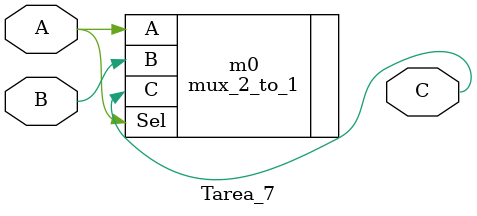
<source format=v>
/******************************************************************
* Description
*		This is an AND gate implemented with one mux
*		2 to 1
* Version:
*	1.0
* Author:
*	Darío Arias Muñoz
* Date:
*	13/03/2020
******************************************************************/
module Tarea_7
(
	input A,
	input B,
	output C
);

mux_2_to_1 m0
(
	.A(A),
	.B(B),
	.Sel(A),
	.C(C)
);
	
endmodule

</source>
